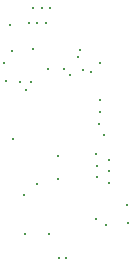
<source format=gbr>
%FSTAX24Y24*%
%MOIN*%
%SFA1B1*%

%IPPOS*%
%ADD9500C,0.007900*%
%LNpth-1*%
%LPD*%
%SRX1Y1I0J0*%
G54D9500*
X001033Y001004D03*
X001821D03*
X002146Y000182D03*
X002377D03*
X003406Y001506D03*
X003711Y001309D03*
X004456Y00136D03*
X004429Y001959D03*
X003829Y002697D03*
Y003091D03*
X003415Y003278D03*
Y002884D03*
X002115Y002825D03*
X001437Y002677D03*
X000984Y002303D03*
X00062Y004163D03*
X001043Y005787D03*
X00123Y006073D03*
X000846D03*
X000374Y006083D03*
X000335Y006713D03*
X0006Y007087D03*
X001289Y007156D03*
X001161Y008031D03*
X001437D03*
X001713D03*
X001575Y008543D03*
X001299D03*
X00185D03*
X000522Y007953D03*
X001781Y006486D03*
X002313Y006496D03*
X00252Y006309D03*
X002963Y006467D03*
X003209Y006407D03*
X003524Y006693D03*
X002785Y0069D03*
X002854Y007136D03*
X00354Y005451D03*
X003533Y005049D03*
X003494Y004665D03*
X003652Y004301D03*
X003406Y003671D03*
X003829Y003474D03*
X002132Y003587D03*
M02*
</source>
